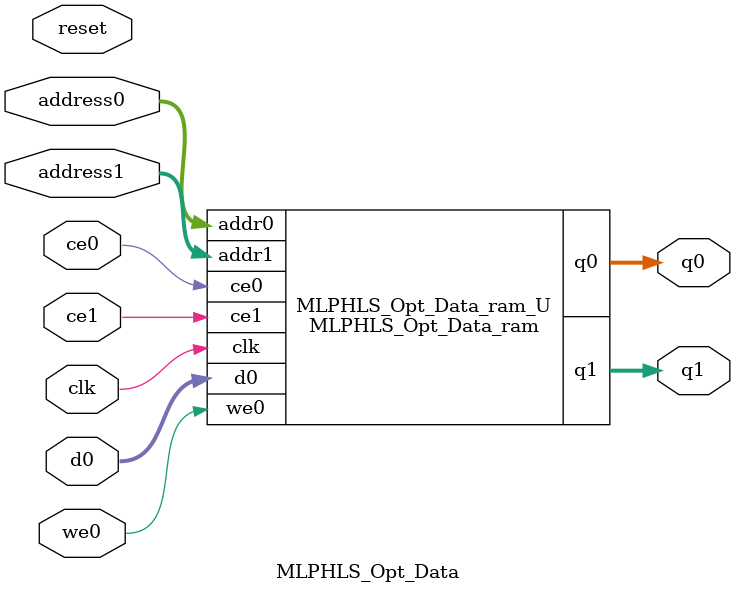
<source format=v>
`timescale 1 ns / 1 ps
module MLPHLS_Opt_Data_ram (addr0, ce0, d0, we0, q0, addr1, ce1, q1,  clk);

parameter DWIDTH = 8;
parameter AWIDTH = 3;
parameter MEM_SIZE = 7;

input[AWIDTH-1:0] addr0;
input ce0;
input[DWIDTH-1:0] d0;
input we0;
output reg[DWIDTH-1:0] q0;
input[AWIDTH-1:0] addr1;
input ce1;
output reg[DWIDTH-1:0] q1;
input clk;

(* ram_style = "distributed" *)reg [DWIDTH-1:0] ram[0:MEM_SIZE-1];




always @(posedge clk)  
begin 
    if (ce0) begin
        if (we0) 
            ram[addr0] <= d0; 
        q0 <= ram[addr0];
    end
end


always @(posedge clk)  
begin 
    if (ce1) begin
        q1 <= ram[addr1];
    end
end


endmodule

`timescale 1 ns / 1 ps
module MLPHLS_Opt_Data(
    reset,
    clk,
    address0,
    ce0,
    we0,
    d0,
    q0,
    address1,
    ce1,
    q1);

parameter DataWidth = 32'd8;
parameter AddressRange = 32'd7;
parameter AddressWidth = 32'd3;
input reset;
input clk;
input[AddressWidth - 1:0] address0;
input ce0;
input we0;
input[DataWidth - 1:0] d0;
output[DataWidth - 1:0] q0;
input[AddressWidth - 1:0] address1;
input ce1;
output[DataWidth - 1:0] q1;



MLPHLS_Opt_Data_ram MLPHLS_Opt_Data_ram_U(
    .clk( clk ),
    .addr0( address0 ),
    .ce0( ce0 ),
    .we0( we0 ),
    .d0( d0 ),
    .q0( q0 ),
    .addr1( address1 ),
    .ce1( ce1 ),
    .q1( q1 ));

endmodule


</source>
